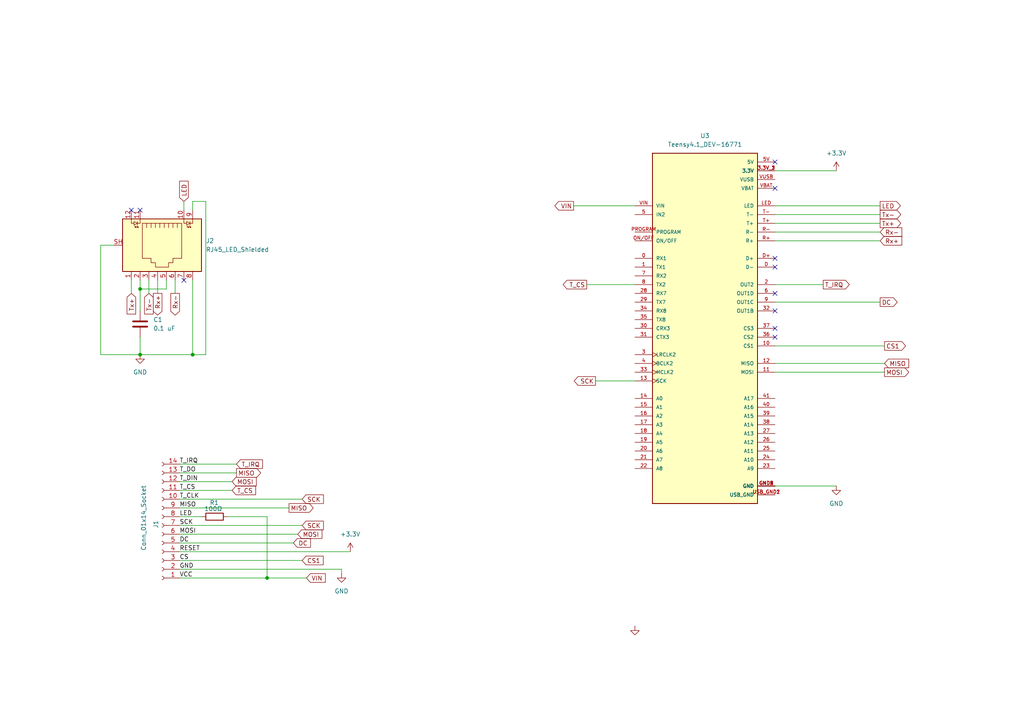
<source format=kicad_sch>
(kicad_sch (version 20231120) (generator "eeschema") (generator_version "8.0")
  (paper "A4")
  (lib_symbols
    (symbol "Connector:Conn_01x14_Socket" (pin_names (offset 1.016) hide)
      (property "Reference" "J" (at 0 17.78 0))
      (property "Value" "Conn_01x14_Socket" (at 0 -20.32 0))
      (symbol "Conn_01x14_Socket_1_1"
        (arc (start 0 -17.272) (mid -0.5058 -17.78) (end 0 -18.288) (stroke (width 0.1524)))
        (arc (start 0 -14.732) (mid -0.5058 -15.24) (end 0 -15.748) (stroke (width 0.1524)))
        (arc (start 0 -12.192) (mid -0.5058 -12.7) (end 0 -13.208) (stroke (width 0.1524)))
        (arc (start 0 -9.652) (mid -0.5058 -10.16) (end 0 -10.668) (stroke (width 0.1524)))
        (arc (start 0 -7.112) (mid -0.5058 -7.62) (end 0 -8.128) (stroke (width 0.1524)))
        (arc (start 0 -4.572) (mid -0.5058 -5.08) (end 0 -5.588) (stroke (width 0.1524)))
        (arc (start 0 -2.032) (mid -0.5058 -2.54) (end 0 -3.048) (stroke (width 0.1524)))
        (polyline (pts (xy -1.27 -17.78) (xy -0.508 -17.78)) (stroke (width 0.1524)))
        (polyline (pts (xy -1.27 -15.24) (xy -0.508 -15.24)) (stroke (width 0.1524)))
        (polyline (pts (xy -1.27 -12.7) (xy -0.508 -12.7)) (stroke (width 0.1524)))
        (polyline (pts (xy -1.27 -10.16) (xy -0.508 -10.16)) (stroke (width 0.1524)))
        (polyline (pts (xy -1.27 -7.62) (xy -0.508 -7.62)) (stroke (width 0.1524)))
        (polyline (pts (xy -1.27 -5.08) (xy -0.508 -5.08)) (stroke (width 0.1524)))
        (polyline (pts (xy -1.27 -2.54) (xy -0.508 -2.54)) (stroke (width 0.1524)))
        (polyline (pts (xy -1.27 0) (xy -0.508 0)) (stroke (width 0.1524)))
        (polyline (pts (xy -1.27 2.54) (xy -0.508 2.54)) (stroke (width 0.1524)))
        (polyline (pts (xy -1.27 5.08) (xy -0.508 5.08)) (stroke (width 0.1524)))
        (polyline (pts (xy -1.27 7.62) (xy -0.508 7.62)) (stroke (width 0.1524)))
        (polyline (pts (xy -1.27 10.16) (xy -0.508 10.16)) (stroke (width 0.1524)))
        (polyline (pts (xy -1.27 12.7) (xy -0.508 12.7)) (stroke (width 0.1524)))
        (polyline (pts (xy -1.27 15.24) (xy -0.508 15.24)) (stroke (width 0.1524)))
        (arc (start 0 0.508) (mid -0.5058 0) (end 0 -0.508) (stroke (width 0.1524)))
        (arc (start 0 3.048) (mid -0.5058 2.54) (end 0 2.032) (stroke (width 0.1524)))
        (arc (start 0 5.588) (mid -0.5058 5.08) (end 0 4.572) (stroke (width 0.1524)))
        (arc (start 0 8.128) (mid -0.5058 7.62) (end 0 7.112) (stroke (width 0.1524)))
        (arc (start 0 10.668) (mid -0.5058 10.16) (end 0 9.652) (stroke (width 0.1524)))
        (arc (start 0 13.208) (mid -0.5058 12.7) (end 0 12.192) (stroke (width 0.1524)))
        (arc (start 0 15.748) (mid -0.5058 15.24) (end 0 14.732) (stroke (width 0.1524)))
        (pin passive line (at -5.08 15.24 0) (length 3.81) (name "Pin_1") (number "1"))
        (pin passive line (at -5.08 -7.62 0) (length 3.81) (name "Pin_10") (number "10"))
        (pin passive line (at -5.08 -10.16 0) (length 3.81) (name "Pin_11") (number "11"))
        (pin passive line (at -5.08 -12.7 0) (length 3.81) (name "Pin_12") (number "12"))
        (pin passive line (at -5.08 -15.24 0) (length 3.81) (name "Pin_13") (number "13"))
        (pin passive line (at -5.08 -17.78 0) (length 3.81) (name "Pin_14") (number "14"))
        (pin passive line (at -5.08 12.7 0) (length 3.81) (name "Pin_2") (number "2"))
        (pin passive line (at -5.08 10.16 0) (length 3.81) (name "Pin_3") (number "3"))
        (pin passive line (at -5.08 7.62 0) (length 3.81) (name "Pin_4") (number "4"))
        (pin passive line (at -5.08 5.08 0) (length 3.81) (name "Pin_5") (number "5"))
        (pin passive line (at -5.08 2.54 0) (length 3.81) (name "Pin_6") (number "6"))
        (pin passive line (at -5.08 0 0) (length 3.81) (name "Pin_7") (number "7"))
        (pin passive line (at -5.08 -2.54 0) (length 3.81) (name "Pin_8") (number "8"))
        (pin passive line (at -5.08 -5.08 0) (length 3.81) (name "Pin_9") (number "9"))
      )
    )
    (symbol "Connector:RJ45_LED_Shielded" (pin_names (offset 1.016))
      (property "Reference" "J" (at -5.08 13.97 0))
      (property "Value" "RJ45_LED_Shielded" (at 1.27 13.97 0))
      (symbol "RJ45_LED_Shielded_0_1"
        (polyline (pts (xy -7.62 -7.62) (xy -6.35 -7.62)))
        (polyline (pts (xy -7.62 -5.08) (xy -6.35 -5.08)))
        (polyline (pts (xy -7.62 7.62) (xy -6.35 7.62)))
        (polyline (pts (xy -7.62 10.16) (xy -6.35 10.16)))
        (polyline (pts (xy -6.858 -5.842) (xy -5.842 -5.842)))
        (polyline (pts (xy -6.858 9.398) (xy -5.842 9.398)))
        (polyline (pts (xy -6.35 -7.62) (xy -6.35 -6.858)))
        (polyline (pts (xy -6.35 -5.08) (xy -6.35 -5.842)))
        (polyline (pts (xy -6.35 7.62) (xy -6.35 8.382)))
        (polyline (pts (xy -6.35 10.16) (xy -6.35 9.398)))
        (polyline (pts (xy -5.08 -6.223) (xy -5.207 -6.604)))
        (polyline (pts (xy -5.08 -5.588) (xy -5.207 -5.969)))
        (polyline (pts (xy -5.08 4.445) (xy -6.35 4.445)))
        (polyline (pts (xy -5.08 5.715) (xy -6.35 5.715)))
        (polyline (pts (xy -5.08 9.017) (xy -5.207 8.636)))
        (polyline (pts (xy -5.08 9.652) (xy -5.207 9.271)))
        (polyline (pts (xy -6.35 -3.175) (xy -5.08 -3.175) (xy -5.08 -3.175)))
        (polyline (pts (xy -6.35 -1.905) (xy -5.08 -1.905) (xy -5.08 -1.905)))
        (polyline (pts (xy -6.35 -0.635) (xy -5.08 -0.635) (xy -5.08 -0.635)))
        (polyline (pts (xy -6.35 0.635) (xy -5.08 0.635) (xy -5.08 0.635)))
        (polyline (pts (xy -6.35 1.905) (xy -5.08 1.905) (xy -5.08 1.905)))
        (polyline (pts (xy -5.588 -6.731) (xy -5.08 -6.223) (xy -5.461 -6.35)))
        (polyline (pts (xy -5.588 -6.096) (xy -5.08 -5.588) (xy -5.461 -5.715)))
        (polyline (pts (xy -5.588 8.509) (xy -5.08 9.017) (xy -5.461 8.89)))
        (polyline (pts (xy -5.588 9.144) (xy -5.08 9.652) (xy -5.461 9.525)))
        (polyline (pts (xy -5.08 3.175) (xy -6.35 3.175) (xy -6.35 3.175)))
        (polyline (pts (xy -6.35 -5.842) (xy -6.858 -6.858) (xy -5.842 -6.858) (xy -6.35 -5.842)))
        (polyline (pts (xy -6.35 9.398) (xy -6.858 8.382) (xy -5.842 8.382) (xy -6.35 9.398)))
        (polyline (pts (xy -6.35 -4.445) (xy -6.35 6.985) (xy 3.81 6.985) (xy 3.81 4.445) (xy 5.08 4.445) (xy 5.08 3.175) (xy 6.35 3.175) (xy 6.35 -0.635) (xy 5.08 -0.635) (xy 5.08 -1.905) (xy 3.81 -1.905) (xy 3.81 -4.445) (xy -6.35 -4.445) (xy -6.35 -4.445)))
        (rectangle (start 7.62 12.7) (end -7.62 -10.16) (stroke (width 0.254)) (fill (type background)))
      )
      (symbol "RJ45_LED_Shielded_1_1"
        (pin passive line (at 10.16 -7.62 180) (length 2.54) (name "~") (number "1"))
        (pin passive line (at -10.16 7.62 0) (length 2.54) (name "~") (number "10"))
        (pin passive line (at -10.16 -5.08 0) (length 2.54) (name "~") (number "11"))
        (pin passive line (at -10.16 -7.62 0) (length 2.54) (name "~") (number "12"))
        (pin passive line (at 10.16 -5.08 180) (length 2.54) (name "~") (number "2"))
        (pin passive line (at 10.16 -2.54 180) (length 2.54) (name "~") (number "3"))
        (pin passive line (at 10.16 0 180) (length 2.54) (name "~") (number "4"))
        (pin passive line (at 10.16 2.54 180) (length 2.54) (name "~") (number "5"))
        (pin passive line (at 10.16 5.08 180) (length 2.54) (name "~") (number "6"))
        (pin passive line (at 10.16 7.62 180) (length 2.54) (name "~") (number "7"))
        (pin passive line (at 10.16 10.16 180) (length 2.54) (name "~") (number "8"))
        (pin passive line (at -10.16 10.16 0) (length 2.54) (name "~") (number "9"))
        (pin passive line (at 0 -12.7 90) (length 2.54) (name "~") (number "SH"))
      )
    )
    (symbol "Device:C" (pin_numbers hide) (pin_names (offset 0.254))
      (property "Reference" "C" (at 0.635 2.54 0))
      (property "Value" "C" (at 0.635 -2.54 0))
      (symbol "C_0_1"
        (polyline (pts (xy -2.032 -0.762) (xy 2.032 -0.762)) (stroke (width 0.508)))
        (polyline (pts (xy -2.032 0.762) (xy 2.032 0.762)) (stroke (width 0.508)))
      )
      (symbol "C_1_1"
        (pin passive line (at 0 3.81 270) (length 2.794) (name "~") (number "1"))
        (pin passive line (at 0 -3.81 90) (length 2.794) (name "~") (number "2"))
      )
    )
    (symbol "Device:R" (pin_numbers hide) (pin_names (offset 0))
      (property "Reference" "R" (at 2.032 0 90))
      (property "Value" "R" (at 0 0 90))
      (symbol "R_0_1"
        (rectangle (start -1.016 -2.54) (end 1.016 2.54) (stroke (width 0.254)))
      )
      (symbol "R_1_1"
        (pin passive line (at 0 3.81 270) (length 1.27) (name "~") (number "1"))
        (pin passive line (at 0 -3.81 90) (length 1.27) (name "~") (number "2"))
      )
    )
    (symbol "MRDT_Shields:Teensy4.1_DEV-16771" (pin_names (offset 1.016))
      (property "Reference" "U" (at -15.24 52.07 0))
      (property "Value" "Teensy4.1_DEV-16771" (at -15.24 -53.34 0))
      (symbol "Teensy4.1_DEV-16771_0_0"
        (rectangle (start -15.24 50.8) (end 15.24 -50.8) (stroke (width 0.254)) (fill (type background)))
        (pin bidirectional line (at -20.32 20.32 0) (length 5.08) (name "RX1") (number "0"))
        (pin bidirectional line (at -20.32 17.78 0) (length 5.08) (name "TX1") (number "1"))
        (pin bidirectional line (at 20.32 -5.08 180) (length 5.08) (name "CS1") (number "10"))
        (pin bidirectional line (at 20.32 -12.7 180) (length 5.08) (name "MOSI") (number "11"))
        (pin bidirectional line (at 20.32 -10.16 180) (length 5.08) (name "MISO") (number "12"))
        (pin bidirectional clock (at -20.32 -15.24 0) (length 5.08) (name "SCK") (number "13"))
        (pin bidirectional line (at -20.32 -20.32 0) (length 5.08) (name "A0") (number "14"))
        (pin bidirectional line (at -20.32 -22.86 0) (length 5.08) (name "A1") (number "15"))
        (pin bidirectional line (at -20.32 -25.4 0) (length 5.08) (name "A2") (number "16"))
        (pin bidirectional line (at -20.32 -27.94 0) (length 5.08) (name "A3") (number "17"))
        (pin bidirectional line (at -20.32 -30.48 0) (length 5.08) (name "A4") (number "18"))
        (pin bidirectional line (at -20.32 -33.02 0) (length 5.08) (name "A5") (number "19"))
        (pin output line (at 20.32 12.7 180) (length 5.08) (name "OUT2") (number "2"))
        (pin bidirectional line (at -20.32 -35.56 0) (length 5.08) (name "A6") (number "20"))
        (pin bidirectional line (at -20.32 -38.1 0) (length 5.08) (name "A7") (number "21"))
        (pin bidirectional line (at -20.32 -40.64 0) (length 5.08) (name "A8") (number "22"))
        (pin bidirectional line (at 20.32 -40.64 180) (length 5.08) (name "A9") (number "23"))
        (pin bidirectional line (at 20.32 -38.1 180) (length 5.08) (name "A10") (number "24"))
        (pin bidirectional line (at 20.32 -35.56 180) (length 5.08) (name "A11") (number "25"))
        (pin bidirectional line (at 20.32 -33.02 180) (length 5.08) (name "A12") (number "26"))
        (pin bidirectional line (at 20.32 -30.48 180) (length 5.08) (name "A13") (number "27"))
        (pin bidirectional line (at -20.32 10.16 0) (length 5.08) (name "RX7") (number "28"))
        (pin bidirectional line (at -20.32 7.62 0) (length 5.08) (name "TX7") (number "29"))
        (pin bidirectional clock (at -20.32 -7.62 0) (length 5.08) (name "LRCLK2") (number "3"))
        (pin power_in line (at 20.32 45.72 180) (length 5.08) (name "3.3V") (number "3.3V_1"))
        (pin power_in line (at 20.32 45.72 180) (length 5.08) (name "3.3V") (number "3.3V_2"))
        (pin power_in line (at 20.32 45.72 180) (length 5.08) (name "3.3V") (number "3.3V_3"))
        (pin bidirectional line (at -20.32 0 0) (length 5.08) (name "CRX3") (number "30"))
        (pin bidirectional line (at -20.32 -2.54 0) (length 5.08) (name "CTX3") (number "31"))
        (pin output line (at 20.32 5.08 180) (length 5.08) (name "OUT1B") (number "32"))
        (pin bidirectional clock (at -20.32 -12.7 0) (length 5.08) (name "MCLK2") (number "33"))
        (pin bidirectional line (at -20.32 5.08 0) (length 5.08) (name "RX8") (number "34"))
        (pin bidirectional line (at -20.32 2.54 0) (length 5.08) (name "TX8") (number "35"))
        (pin bidirectional line (at 20.32 -2.54 180) (length 5.08) (name "CS2") (number "36"))
        (pin bidirectional line (at 20.32 0 180) (length 5.08) (name "CS3") (number "37"))
        (pin bidirectional line (at 20.32 -27.94 180) (length 5.08) (name "A14") (number "38"))
        (pin bidirectional line (at 20.32 -25.4 180) (length 5.08) (name "A15") (number "39"))
        (pin bidirectional clock (at -20.32 -10.16 0) (length 5.08) (name "BCLK2") (number "4"))
        (pin bidirectional line (at 20.32 -22.86 180) (length 5.08) (name "A16") (number "40"))
        (pin bidirectional line (at 20.32 -20.32 180) (length 5.08) (name "A17") (number "41"))
        (pin bidirectional line (at -20.32 33.02 0) (length 5.08) (name "IN2") (number "5"))
        (pin power_in line (at 20.32 48.26 180) (length 5.08) (name "5V") (number "5V"))
        (pin output line (at 20.32 10.16 180) (length 5.08) (name "OUT1D") (number "6"))
        (pin bidirectional line (at -20.32 15.24 0) (length 5.08) (name "RX2") (number "7"))
        (pin bidirectional line (at -20.32 12.7 0) (length 5.08) (name "TX2") (number "8"))
        (pin output line (at 20.32 7.62 180) (length 5.08) (name "OUT1C") (number "9"))
        (pin bidirectional line (at 20.32 17.78 180) (length 5.08) (name "D-") (number "D"))
        (pin bidirectional line (at 20.32 20.32 180) (length 5.08) (name "D+") (number "D+"))
        (pin power_in line (at 20.32 -45.72 180) (length 5.08) (name "GND") (number "GND1"))
        (pin power_in line (at 20.32 -45.72 180) (length 5.08) (name "GND") (number "GND2"))
        (pin power_in line (at 20.32 -45.72 180) (length 5.08) (name "GND") (number "GND3"))
        (pin power_in line (at 20.32 -45.72 180) (length 5.08) (name "GND") (number "GND4"))
        (pin power_in line (at 20.32 -45.72 180) (length 5.08) (name "GND") (number "GND5"))
        (pin bidirectional line (at 20.32 35.56 180) (length 5.08) (name "LED") (number "LED"))
        (pin bidirectional line (at -20.32 25.4 0) (length 5.08) (name "ON/OFF") (number "ON/OFF"))
        (pin bidirectional line (at -20.32 27.94 0) (length 5.08) (name "PROGRAM") (number "PROGRAM"))
        (pin bidirectional line (at 20.32 25.4 180) (length 5.08) (name "R+") (number "R+"))
        (pin bidirectional line (at 20.32 27.94 180) (length 5.08) (name "R-") (number "R-"))
        (pin bidirectional line (at 20.32 30.48 180) (length 5.08) (name "T+") (number "T+"))
        (pin bidirectional line (at 20.32 33.02 180) (length 5.08) (name "T-") (number "T-"))
        (pin power_in line (at 20.32 -48.26 180) (length 5.08) (name "USB_GND") (number "USB_GND1"))
        (pin power_in line (at 20.32 -48.26 180) (length 5.08) (name "USB_GND") (number "USB_GND2"))
        (pin passive line (at 20.32 40.64 180) (length 5.08) (name "VBAT") (number "VBAT"))
        (pin input line (at -20.32 35.56 0) (length 5.08) (name "VIN") (number "VIN"))
        (pin passive line (at 20.32 43.18 180) (length 5.08) (name "VUSB") (number "VUSB"))
      )
    )
    (symbol "power:+3.3V" (power) (pin_numbers hide) (pin_names (offset 0) hide)
      (property "Value" "+3.3V" (at 0 3.556 0))
      (symbol "+3.3V_0_1"
        (polyline (pts (xy -0.762 1.27) (xy 0 2.54)))
        (polyline (pts (xy 0 0) (xy 0 2.54)))
        (polyline (pts (xy 0 2.54) (xy 0.762 1.27)))
      )
      (symbol "+3.3V_1_1"
        (pin power_in line (at 0 0 90) (length 0) (name "~") (number "1"))
      )
    )
    (symbol "power:GND" (power) (pin_numbers hide) (pin_names (offset 0) hide)
      (property "Value" "GND" (at 0 -3.81 0))
      (symbol "GND_0_1"
        (polyline (pts (xy 0 0) (xy 0 -1.27) (xy 1.27 -1.27) (xy 0 -2.54) (xy -1.27 -1.27) (xy 0 -1.27)))
      )
      (symbol "GND_1_1"
        (pin power_in line (at 0 0 270) (length 0) (name "~") (number "1"))
      )
    )
  )
  (junction (at 77.47 167.64))
  (junction (at 40.64 102.87))
  (junction (at 55.88 102.87))
  (junction (at 40.64 83.82))
  (no_connect (at 224.79 97.79))
  (no_connect (at 224.79 85.09))
  (no_connect (at 224.79 46.99))
  (no_connect (at 40.64 60.96))
  (no_connect (at 53.34 81.28))
  (no_connect (at 224.79 77.47))
  (no_connect (at 224.79 54.61))
  (no_connect (at 224.79 74.93))
  (no_connect (at 38.1 60.96))
  (no_connect (at 224.79 90.17))
  (no_connect (at 224.79 95.25))
  (wire (pts (xy 224.79 62.23) (xy 255.27 62.23)))
  (wire (pts (xy 52.07 162.56) (xy 87.63 162.56)))
  (wire (pts (xy 52.07 149.86) (xy 58.42 149.86)))
  (wire (pts (xy 40.64 83.82) (xy 40.64 90.17)))
  (wire (pts (xy 166.37 59.69) (xy 184.15 59.69)))
  (wire (pts (xy 52.07 157.48) (xy 85.09 157.48)))
  (wire (pts (xy 40.64 97.79) (xy 40.64 102.87)))
  (wire (pts (xy 77.47 149.86) (xy 77.47 167.64)))
  (wire (pts (xy 53.34 58.42) (xy 53.34 60.96)))
  (wire (pts (xy 52.07 139.7) (xy 67.31 139.7)))
  (wire (pts (xy 40.64 83.82) (xy 48.26 83.82)))
  (wire (pts (xy 40.64 81.28) (xy 40.64 83.82)))
  (wire (pts (xy 170.18 82.55) (xy 184.15 82.55)))
  (wire (pts (xy 48.26 83.82) (xy 48.26 81.28)))
  (wire (pts (xy 99.06 165.1) (xy 52.07 165.1)))
  (wire (pts (xy 224.79 100.33) (xy 256.54 100.33)))
  (wire (pts (xy 59.69 58.42) (xy 55.88 58.42)))
  (wire (pts (xy 224.79 82.55) (xy 238.76 82.55)))
  (wire (pts (xy 172.72 110.49) (xy 184.15 110.49)))
  (wire (pts (xy 43.18 81.28) (xy 43.18 85.09)))
  (wire (pts (xy 224.79 107.95) (xy 256.54 107.95)))
  (wire (pts (xy 52.07 160.02) (xy 101.6 160.02)))
  (wire (pts (xy 224.79 69.85) (xy 255.27 69.85)))
  (wire (pts (xy 66.04 149.86) (xy 77.47 149.86)))
  (wire (pts (xy 45.72 81.28) (xy 45.72 85.09)))
  (wire (pts (xy 224.79 140.97) (xy 242.57 140.97)))
  (wire (pts (xy 224.79 67.31) (xy 255.27 67.31)))
  (wire (pts (xy 224.79 64.77) (xy 255.27 64.77)))
  (wire (pts (xy 55.88 81.28) (xy 55.88 102.87)))
  (wire (pts (xy 38.1 81.28) (xy 38.1 85.09)))
  (wire (pts (xy 52.07 144.78) (xy 87.63 144.78)))
  (wire (pts (xy 224.79 105.41) (xy 256.54 105.41)))
  (wire (pts (xy 52.07 134.62) (xy 68.58 134.62)))
  (wire (pts (xy 52.07 154.94) (xy 86.36 154.94)))
  (wire (pts (xy 29.21 102.87) (xy 40.64 102.87)))
  (wire (pts (xy 52.07 142.24) (xy 67.31 142.24)))
  (wire (pts (xy 52.07 152.4) (xy 87.63 152.4)))
  (wire (pts (xy 224.79 87.63) (xy 255.27 87.63)))
  (wire (pts (xy 52.07 167.64) (xy 77.47 167.64)))
  (wire (pts (xy 224.79 59.69) (xy 255.27 59.69)))
  (wire (pts (xy 33.02 71.12) (xy 29.21 71.12)))
  (wire (pts (xy 224.79 49.53) (xy 242.57 49.53)))
  (wire (pts (xy 55.88 58.42) (xy 55.88 60.96)))
  (wire (pts (xy 52.07 147.32) (xy 83.82 147.32)))
  (wire (pts (xy 77.47 167.64) (xy 88.9 167.64)))
  (wire (pts (xy 29.21 71.12) (xy 29.21 102.87)))
  (wire (pts (xy 59.69 102.87) (xy 59.69 58.42)))
  (wire (pts (xy 52.07 137.16) (xy 68.58 137.16)))
  (wire (pts (xy 55.88 102.87) (xy 59.69 102.87)))
  (wire (pts (xy 99.06 166.37) (xy 99.06 165.1)))
  (wire (pts (xy 40.64 102.87) (xy 55.88 102.87)))
  (wire (pts (xy 50.8 81.28) (xy 50.8 85.09)))
  (label "GND" (at 52.07 165.1 0))
  (label "T_DIN" (at 52.07 139.7 0))
  (label "VCC" (at 52.07 167.64 0))
  (label "T_CLK" (at 52.07 144.78 0))
  (label "LED" (at 52.07 149.86 0))
  (label "MISO" (at 52.07 147.32 0))
  (label "T_DO" (at 52.07 137.16 0))
  (label "SCK" (at 52.07 152.4 0))
  (label "T_IRQ" (at 52.07 134.62 0))
  (label "DC" (at 52.07 157.48 0))
  (label "MOSI" (at 52.07 154.94 0))
  (label "CS" (at 52.07 162.56 0))
  (label "T_CS" (at 52.07 142.24 0))
  (label "RESET" (at 52.07 160.02 0))
  (global_label "MOSI" (shape output) (at 256.54 107.95 0) (property "Intersheetrefs" "${INTERSHEET_REFS}" (effects (hide yes))))
  (global_label "CS1" (shape output) (at 256.54 100.33 0) (property "Intersheetrefs" "${INTERSHEET_REFS}" (effects (hide yes))))
  (global_label "T_CS" (shape output) (at 170.18 82.55 180) (property "Intersheetrefs" "${INTERSHEET_REFS}" (effects (hide yes))))
  (global_label "VIN" (shape output) (at 166.37 59.69 180) (property "Intersheetrefs" "${INTERSHEET_REFS}" (effects (hide yes))))
  (global_label "MISO" (shape input) (at 256.54 105.41 0) (property "Intersheetrefs" "${INTERSHEET_REFS}" (effects (hide yes))))
  (global_label "CS1" (shape input) (at 87.63 162.56 0) (property "Intersheetrefs" "${INTERSHEET_REFS}" (effects (hide yes))))
  (global_label "T_IRQ" (shape input) (at 68.58 134.62 0) (property "Intersheetrefs" "${INTERSHEET_REFS}" (effects (hide yes))))
  (global_label "Tx+" (shape output) (at 255.27 64.77 0) (property "Intersheetrefs" "${INTERSHEET_REFS}" (effects (hide yes))))
  (global_label "T_IRQ" (shape output) (at 238.76 82.55 0) (property "Intersheetrefs" "${INTERSHEET_REFS}" (effects (hide yes))))
  (global_label "Tx+" (shape input) (at 38.1 85.09 270) (property "Intersheetrefs" "${INTERSHEET_REFS}" (effects (hide yes))))
  (global_label "DC" (shape output) (at 255.27 87.63 0) (property "Intersheetrefs" "${INTERSHEET_REFS}" (effects (hide yes))))
  (global_label "Tx-" (shape output) (at 255.27 62.23 0) (property "Intersheetrefs" "${INTERSHEET_REFS}" (effects (hide yes))))
  (global_label "SCK" (shape output) (at 172.72 110.49 180) (property "Intersheetrefs" "${INTERSHEET_REFS}" (effects (hide yes))))
  (global_label "T_CS" (shape input) (at 67.31 142.24 0) (property "Intersheetrefs" "${INTERSHEET_REFS}" (effects (hide yes))))
  (global_label "Tx-" (shape input) (at 43.18 85.09 270) (property "Intersheetrefs" "${INTERSHEET_REFS}" (effects (hide yes))))
  (global_label "SCK" (shape input) (at 87.63 152.4 0) (property "Intersheetrefs" "${INTERSHEET_REFS}" (effects (hide yes))))
  (global_label "MOSI" (shape input) (at 67.31 139.7 0) (property "Intersheetrefs" "${INTERSHEET_REFS}" (effects (hide yes))))
  (global_label "SCK" (shape input) (at 87.63 144.78 0) (property "Intersheetrefs" "${INTERSHEET_REFS}" (effects (hide yes))))
  (global_label "MISO" (shape output) (at 68.58 137.16 0) (property "Intersheetrefs" "${INTERSHEET_REFS}" (effects (hide yes))))
  (global_label "VIN" (shape input) (at 88.9 167.64 0) (property "Intersheetrefs" "${INTERSHEET_REFS}" (effects (hide yes))))
  (global_label "LED" (shape input) (at 53.34 58.42 90) (property "Intersheetrefs" "${INTERSHEET_REFS}" (effects (hide yes))))
  (global_label "MISO" (shape output) (at 83.82 147.32 0) (property "Intersheetrefs" "${INTERSHEET_REFS}" (effects (hide yes))))
  (global_label "MOSI" (shape input) (at 86.36 154.94 0) (property "Intersheetrefs" "${INTERSHEET_REFS}" (effects (hide yes))))
  (global_label "LED" (shape output) (at 255.27 59.69 0) (property "Intersheetrefs" "${INTERSHEET_REFS}" (effects (hide yes))))
  (global_label "Rx+" (shape output) (at 45.72 85.09 270) (property "Intersheetrefs" "${INTERSHEET_REFS}" (effects (hide yes))))
  (global_label "Rx+" (shape input) (at 255.27 69.85 0) (property "Intersheetrefs" "${INTERSHEET_REFS}" (effects (hide yes))))
  (global_label "Rx-" (shape input) (at 255.27 67.31 0) (property "Intersheetrefs" "${INTERSHEET_REFS}" (effects (hide yes))))
  (global_label "Rx-" (shape output) (at 50.8 85.09 270) (property "Intersheetrefs" "${INTERSHEET_REFS}" (effects (hide yes))))
  (global_label "DC" (shape input) (at 85.09 157.48 0) (property "Intersheetrefs" "${INTERSHEET_REFS}" (effects (hide yes))))
  (symbol (lib_id "power:+3.3V") (at 242.57 49.53 0) (unit 1)
    (property "Reference" "#PWR03" (effects (hide yes)))
    (property "Value" "+3.3V" (at 242.57 44.45 0))
    (property "Description" "Power symbol creates a global label with name \"+3.3V\"" (effects (hide yes)))
  )
  (symbol (lib_id "power:GND") (at 242.57 140.97 0) (unit 1)
    (property "Reference" "#PWR06" (effects (hide yes)))
    (property "Value" "GND" (at 242.57 146.05 0))
    (property "Description" "Power symbol creates a global label with name \"GND\" , ground" (effects (hide yes)))
  )
  (symbol (lib_id "power:GND") (at 184.15 181.61 0) (unit 1)
    (property "Reference" "#PWR02" (effects (hide yes)))
    (property "Value" "GND" (effects (hide yes)))
    (property "Description" "Power symbol creates a global label with name \"GND\" , ground" (effects (hide yes)))
  )
  (symbol (lib_id "Device:R") (at 62.23 149.86 90) (unit 1)
    (property "Reference" "R1" (at 63.5 145.796 90) (effects (justify left)))
    (property "Value" "100Ω" (at 64.516 147.574 90) (effects (justify left)))
    (property "Description" "Resistor" (effects (hide yes)))
  )
  (symbol (lib_id "power:GND") (at 40.64 102.87 0) (unit 1)
    (property "Reference" "#PWR01" (effects (hide yes)))
    (property "Value" "GND" (at 40.64 107.95 0))
    (property "Description" "Power symbol creates a global label with name \"GND\" , ground" (effects (hide yes)))
  )
  (symbol (lib_id "Device:C") (at 40.64 93.98 0) (unit 1)
    (property "Reference" "C1" (at 44.45 92.7099 0) (effects (justify left)))
    (property "Value" "0.1 uF" (at 44.45 95.2499 0) (effects (justify left)))
    (property "Description" "Unpolarized capacitor" (effects (hide yes)))
  )
  (symbol (lib_id "Connector:RJ45_LED_Shielded") (at 45.72 71.12 270) (unit 1)
    (property "Reference" "J2" (at 59.69 69.8499 90) (effects (justify left)))
    (property "Value" "RJ45_LED_Shielded" (at 59.69 72.3899 90) (effects (justify left)))
    (property "Description" "RJ connector, 8P8C (8 positions 8 connected), two LEDs, Shielded" (effects (hide yes)))
  )
  (symbol (lib_id "Connector:Conn_01x14_Socket") (at 46.99 152.4 180) (unit 1)
    (property "Reference" "J1" (at 45.212 150.876 90) (effects (justify left)))
    (property "Value" "Conn_01x14_Socket" (at 41.656 140.716 90) (effects (justify left)))
    (property "Description" "Generic connector, single row, 01x14, script generated" (effects (hide yes)))
  )
  (symbol (lib_id "MRDT_Shields:Teensy4.1_DEV-16771") (at 204.47 95.25 0) (unit 1)
    (property "Reference" "U3" (at 204.47 39.37 0))
    (property "Value" "Teensy4.1_DEV-16771" (at 204.47 41.91 0))
    (property "Footprint" "MODULE_DEV-16771" (effects (hide yes)))
    (property "STANDARD" "Manufacturer recommendations" (effects (hide yes)))
    (property "MAXIMUM_PACKAGE_HEIGHT" "4.07mm" (effects (hide yes)))
    (property "MANUFACTURER" "SparkFun Electronics" (effects (hide yes)))
    (property "PARTREV" "4.1" (effects (hide yes)))
  )
  (symbol (lib_id "power:GND") (at 99.06 166.37 0) (unit 1)
    (property "Reference" "#PWR04" (effects (hide yes)))
    (property "Value" "GND" (at 99.06 171.45 0))
    (property "Description" "Power symbol creates a global label with name \"GND\" , ground" (effects (hide yes)))
  )
  (symbol (lib_id "power:+3.3V") (at 101.6 160.02 0) (unit 1)
    (property "Reference" "#PWR05" (effects (hide yes)))
    (property "Value" "+3.3V" (at 101.6 154.94 0))
    (property "Description" "Power symbol creates a global label with name \"+3.3V\"" (effects (hide yes)))
  )
)
</source>
